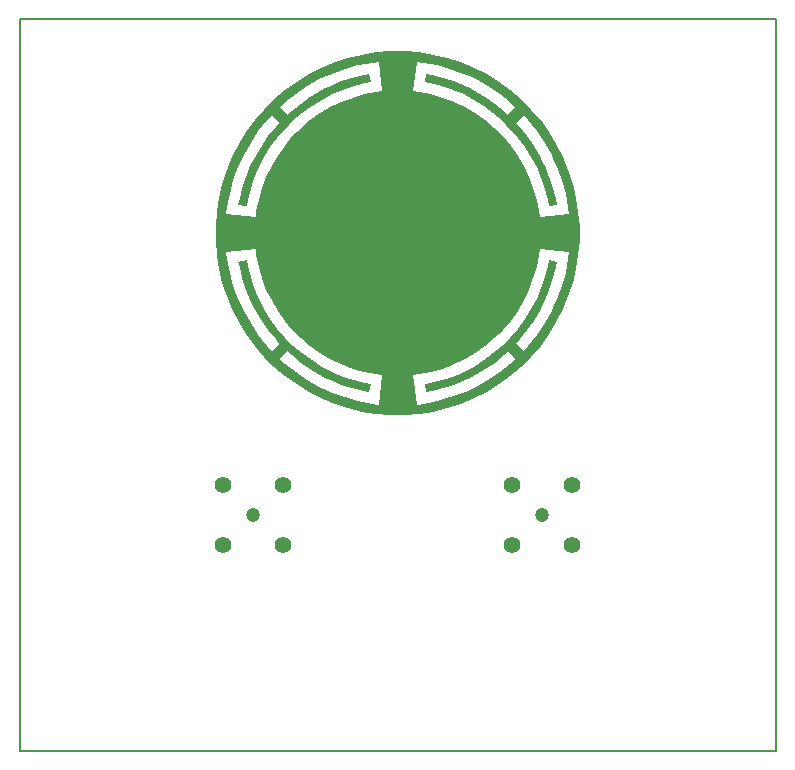
<source format=gtl>
G04*
G04 #@! TF.GenerationSoftware,Altium Limited,Altium Designer,19.1.8 (144)*
G04*
G04 Layer_Physical_Order=1*
G04 Layer_Color=255*
%FSLAX25Y25*%
%MOIN*%
G70*
G01*
G75*
%ADD10C,0.00500*%
%ADD14C,0.05512*%
%ADD15C,0.04724*%
G36*
X133116Y232840D02*
X137822Y232095D01*
X142454Y230983D01*
X146985Y229510D01*
X151387Y227687D01*
X155632Y225524D01*
X159694Y223035D01*
X163549Y220234D01*
X167172Y217140D01*
X170540Y213771D01*
X173635Y210149D01*
X176435Y206294D01*
X178924Y202232D01*
X181087Y197987D01*
X182911Y193585D01*
X184383Y189054D01*
X185495Y184422D01*
X186240Y179716D01*
X186614Y174966D01*
Y172584D01*
Y170202D01*
X186240Y165452D01*
X185495Y160747D01*
X184383Y156114D01*
X182911Y151583D01*
X181087Y147181D01*
X178924Y142936D01*
X176435Y138874D01*
X173635Y135020D01*
X170540Y131397D01*
X167172Y128028D01*
X163549Y124934D01*
X159694Y122133D01*
X155632Y119644D01*
X151387Y117481D01*
X146985Y115658D01*
X142454Y114185D01*
X137822Y113073D01*
X133116Y112328D01*
X128366Y111954D01*
X125984Y111954D01*
X123602D01*
X118852Y112328D01*
X114147Y113073D01*
X109514Y114185D01*
X104983Y115658D01*
X100581Y117481D01*
X96336Y119644D01*
X92274Y122133D01*
X88420Y124934D01*
X84797Y128028D01*
X81428Y131397D01*
X78334Y135020D01*
X75533Y138874D01*
X73044Y142936D01*
X70881Y147181D01*
X69058Y151583D01*
X67586Y156114D01*
X66473Y160747D01*
X65728Y165452D01*
X65354Y170202D01*
X65354Y172584D01*
Y174966D01*
X65728Y179716D01*
X66473Y184422D01*
X67586Y189054D01*
X69058Y193585D01*
X70881Y197987D01*
X73044Y202232D01*
X75533Y206294D01*
X78334Y210149D01*
X81428Y213771D01*
X84797Y217140D01*
X88420Y220234D01*
X92274Y223035D01*
X96336Y225524D01*
X100581Y227687D01*
X104983Y229510D01*
X109514Y230983D01*
X114147Y232095D01*
X118852Y232840D01*
X123602Y233214D01*
X128366D01*
X133116Y232840D01*
D02*
G37*
%LPC*%
G36*
X132317Y229717D02*
X131237Y219934D01*
X133230Y219671D01*
X137176Y218895D01*
X141041Y217788D01*
X144800Y216359D01*
X148424Y214619D01*
X151889Y212579D01*
X155170Y210254D01*
X158243Y207661D01*
X159694Y206269D01*
X161086Y204818D01*
X163679Y201745D01*
X166004Y198464D01*
X168044Y194999D01*
X169785Y191375D01*
X171213Y187616D01*
X172320Y183750D01*
X173097Y179805D01*
X173359Y177812D01*
Y177812D01*
X183142Y178892D01*
X182889Y181183D01*
X182018Y185711D01*
X180787Y190155D01*
X179203Y194485D01*
X178241Y196580D01*
X177279Y198675D01*
X175024Y202698D01*
X172455Y206527D01*
X169587Y210137D01*
X168014Y211822D01*
X165424Y209403D01*
X166722Y207963D01*
X169158Y204948D01*
X171371Y201765D01*
X173349Y198432D01*
X174248Y196714D01*
X175084Y194965D01*
X176565Y191382D01*
X177784Y187703D01*
X178736Y183945D01*
X179110Y182043D01*
X179110D01*
X176397Y181560D01*
X176055Y183479D01*
X175082Y187254D01*
X173824Y190944D01*
X172288Y194528D01*
X170485Y197985D01*
X168424Y201294D01*
X166117Y204437D01*
X163578Y207396D01*
X162200Y208774D01*
X160821Y210153D01*
X157863Y212692D01*
X154719Y214999D01*
X151410Y217060D01*
X147953Y218863D01*
X144369Y220398D01*
X140679Y221656D01*
X136904Y222630D01*
X134985Y222972D01*
X134985D01*
X135468Y225685D01*
X137370Y225311D01*
X141128Y224359D01*
X144807Y223139D01*
X148390Y221658D01*
X150139Y220823D01*
Y220823D01*
X151857Y219924D01*
X155190Y217946D01*
X158373Y215733D01*
X161388Y213297D01*
X162829Y211999D01*
X162829D01*
X165247Y214588D01*
X163563Y216162D01*
X159952Y219030D01*
X156123Y221599D01*
X152101Y223853D01*
X150006Y224816D01*
X147911Y225778D01*
X143580Y227361D01*
X139136Y228593D01*
X134608Y229464D01*
X132317Y229717D01*
D02*
G37*
G36*
X119702D02*
X119702D01*
X117410Y229464D01*
X112882Y228593D01*
X108439Y227361D01*
X104108Y225778D01*
X102013Y224816D01*
X99918Y223853D01*
X95896Y221599D01*
X92067Y219030D01*
X88456Y216162D01*
X86771Y214588D01*
X89190Y211999D01*
X90630Y213297D01*
X93646Y215733D01*
X96828Y217946D01*
X100162Y219924D01*
X101880Y220823D01*
Y220823D01*
X103629Y221658D01*
X107211Y223139D01*
X110891Y224359D01*
X114648Y225311D01*
X116551Y225685D01*
X117034Y222972D01*
X115115Y222630D01*
X111339Y221656D01*
X107649Y220398D01*
X104065Y218863D01*
X100609Y217060D01*
X97299Y214999D01*
X94156Y212692D01*
X91197Y210153D01*
X89819Y208774D01*
X89819Y208774D01*
X88440Y207396D01*
X85901Y204437D01*
X83594Y201294D01*
X81533Y197985D01*
X79730Y194528D01*
X78195Y190944D01*
X76937Y187254D01*
X75963Y183479D01*
X75621Y181560D01*
X72908Y182043D01*
X73282Y183945D01*
X74234Y187703D01*
X75454Y191382D01*
X76935Y194965D01*
X77771Y196714D01*
X77771D01*
X78669Y198432D01*
X80648Y201765D01*
X82861Y204948D01*
X85297Y207963D01*
X86594Y209403D01*
X84005Y211822D01*
X84005D01*
X82431Y210137D01*
X79563Y206527D01*
X76994Y202698D01*
X74740Y198675D01*
X73777Y196580D01*
X72815Y194485D01*
X71232Y190155D01*
X70000Y185711D01*
X69129Y181183D01*
X68876Y178892D01*
X78659Y177812D01*
Y177812D01*
X78659Y177812D01*
X78659D01*
X78922Y179805D01*
X79699Y183750D01*
X80805Y187616D01*
X82234Y191375D01*
X83974Y194999D01*
X86014Y198464D01*
X88339Y201745D01*
X90933Y204818D01*
X92324Y206269D01*
X93776Y207661D01*
X96849Y210254D01*
X100129Y212579D01*
X103594Y214619D01*
X107219Y216359D01*
X110977Y217788D01*
X114843Y218895D01*
X118788Y219671D01*
X120782Y219934D01*
X119702Y229717D01*
D02*
G37*
G36*
X78659Y167357D02*
X78659D01*
D01*
X78659D01*
D02*
G37*
G36*
X173359D02*
X173097Y165363D01*
X172320Y161418D01*
X171213Y157552D01*
X169785Y153794D01*
X168044Y150169D01*
X166004Y146704D01*
X163679Y143423D01*
X161086Y140351D01*
X159694Y138899D01*
X158243Y137507D01*
X155170Y134914D01*
X151889Y132589D01*
X148424Y130549D01*
X144800Y128809D01*
X141041Y127380D01*
X137176Y126273D01*
X133230Y125497D01*
X131237Y125234D01*
Y125234D01*
X131237Y125234D01*
X131237D01*
X132317Y115451D01*
X134608Y115704D01*
X139136Y116575D01*
X143580Y117806D01*
X147911Y119390D01*
X150006Y120352D01*
X152101Y121315D01*
X156123Y123569D01*
X159952Y126138D01*
X163563Y129006D01*
X165247Y130580D01*
Y130580D01*
X162829Y133169D01*
X161388Y131871D01*
X158373Y129436D01*
X155190Y127223D01*
X151857Y125244D01*
X150139Y124346D01*
X148390Y123510D01*
X144807Y122029D01*
X141128Y120809D01*
X137370Y119857D01*
X135468Y119483D01*
X134985Y122196D01*
X136904Y122538D01*
X140679Y123512D01*
X144369Y124770D01*
X147953Y126305D01*
X151410Y128108D01*
X154719Y130169D01*
X157863Y132476D01*
X160821Y135015D01*
X162200Y136393D01*
X162200Y136394D01*
X163578Y137772D01*
X166117Y140731D01*
X168424Y143874D01*
X170485Y147183D01*
X172288Y150640D01*
X173824Y154224D01*
X175082Y157914D01*
X176055Y161689D01*
X176397Y163609D01*
X179110Y163125D01*
X178736Y161223D01*
X177784Y157466D01*
X176565Y153786D01*
X175084Y150203D01*
X174248Y148454D01*
X174248Y148454D01*
X173349Y146736D01*
X171371Y143403D01*
X169158Y140220D01*
X166722Y137205D01*
X165424Y135765D01*
X168014Y133346D01*
X169587Y135031D01*
X172455Y138642D01*
X175024Y142470D01*
X177279Y146493D01*
X178241Y148588D01*
X179203Y150683D01*
X180787Y155013D01*
X182018Y159457D01*
X182889Y163985D01*
X183142Y166277D01*
Y166277D01*
X173359Y167357D01*
D02*
G37*
G36*
X78659D02*
X68876Y166277D01*
X69129Y163985D01*
X70000Y159457D01*
X71232Y155013D01*
X72815Y150683D01*
X73777Y148588D01*
X74740Y146493D01*
X76994Y142470D01*
X79563Y138642D01*
X82431Y135031D01*
X84005Y133346D01*
X84005Y133346D01*
X86594Y135765D01*
X85297Y137205D01*
X82861Y140220D01*
X80648Y143403D01*
X78669Y146736D01*
X77771Y148454D01*
X77771D01*
X76935Y150203D01*
X75454Y153786D01*
X74234Y157466D01*
X73282Y161223D01*
X72908Y163125D01*
X75621Y163609D01*
X75963Y161689D01*
X76937Y157914D01*
X78195Y154224D01*
X79730Y150640D01*
X81533Y147183D01*
X83594Y143874D01*
X85901Y140731D01*
X88440Y137772D01*
X89819Y136394D01*
X91197Y135015D01*
X94156Y132476D01*
X97299Y130169D01*
X100609Y128108D01*
X104065Y126305D01*
X107649Y124770D01*
X111339Y123512D01*
X115115Y122538D01*
X117034Y122196D01*
X116551Y119483D01*
X114648Y119857D01*
X110891Y120809D01*
X107211Y122029D01*
X103629Y123510D01*
X101880Y124346D01*
X100162Y125244D01*
X96828Y127223D01*
X93646Y129436D01*
X90630Y131871D01*
X89190Y133169D01*
D01*
X89190D01*
X89190D01*
X86771Y130580D01*
X88456Y129006D01*
X92067Y126138D01*
X95896Y123569D01*
X99918Y121315D01*
X102013Y120352D01*
X104108Y119390D01*
X108439Y117806D01*
X112882Y116575D01*
X117410Y115704D01*
X119702Y115451D01*
X119702Y115451D01*
X120782Y125234D01*
X118788Y125497D01*
X114843Y126273D01*
X110977Y127380D01*
X107219Y128809D01*
X103594Y130549D01*
X100129Y132589D01*
X96849Y134914D01*
X93776Y137507D01*
X92324Y138899D01*
X90933Y140351D01*
X88339Y143423D01*
X86014Y146704D01*
X83974Y150169D01*
X82234Y153794D01*
X80805Y157552D01*
X79699Y161418D01*
X78922Y165363D01*
X78659Y167357D01*
D02*
G37*
%LPD*%
D10*
X251969Y0D02*
Y244094D01*
X0Y0D02*
X251969D01*
X0Y244094D02*
X251969D01*
X0Y0D02*
Y244094D01*
D14*
X184238Y88740D02*
D03*
Y68740D02*
D03*
X164238D02*
D03*
Y88740D02*
D03*
X87781D02*
D03*
Y68740D02*
D03*
X67781D02*
D03*
Y88740D02*
D03*
D15*
X174238Y78740D02*
D03*
X77781D02*
D03*
M02*

</source>
